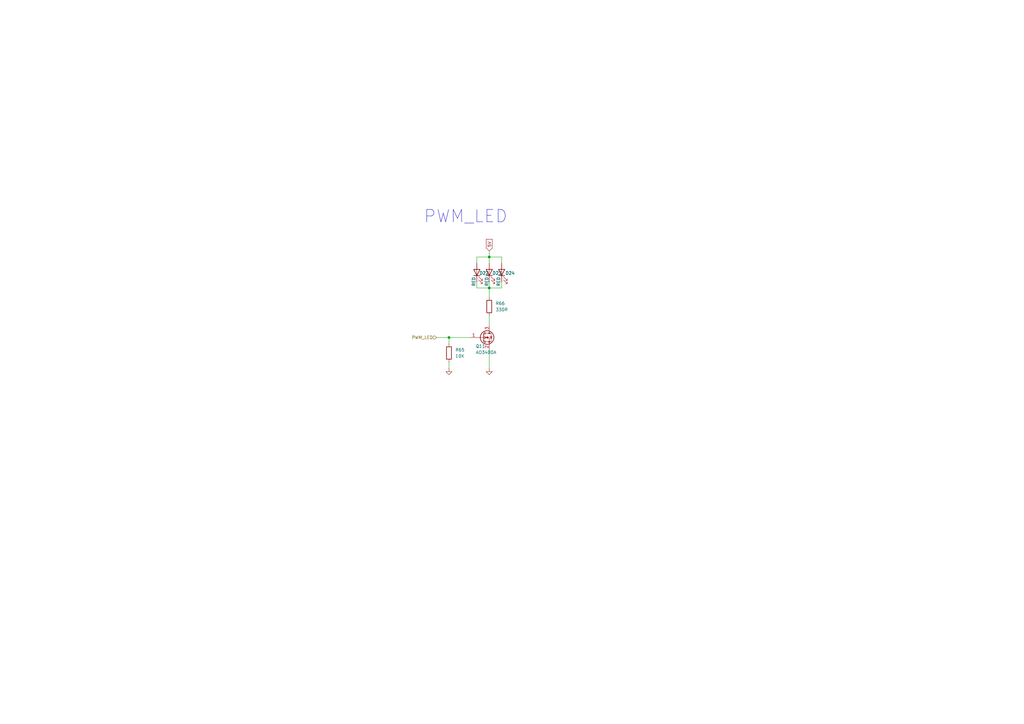
<source format=kicad_sch>
(kicad_sch (version 20250114) (generator "eeschema") (generator_version "9.0")
  (paper "A3")
  (title_block (title "Rabosa_Bot") (rev "1.0") (company "XorvaLabs"))
  (lib_symbols
    (symbol "Device:LED" (pin_numbers (hide yes)) (pin_names (offset 1.016) (hide yes))
      (property "Reference" "D" (at 0 2.54 0))
      (property "Value" "LED" (at 0 -2.54 0))
      (symbol "LED_0_1"
        (polyline (pts (xy -3.048 -0.762) (xy -4.572 -2.286) (xy -3.81 -2.286) (xy -4.572 -2.286) (xy -4.572 -1.524)))
        (polyline (pts (xy -1.778 -0.762) (xy -3.302 -2.286) (xy -2.54 -2.286) (xy -3.302 -2.286) (xy -3.302 -1.524)))
        (polyline (pts (xy -1.27 0) (xy 1.27 0)))
        (polyline (pts (xy -1.27 -1.27) (xy -1.27 1.27)) (stroke (width 0.254)))
        (polyline (pts (xy 1.27 -1.27) (xy 1.27 1.27) (xy -1.27 0) (xy 1.27 -1.27)) (stroke (width 0.254)))
      )
      (symbol "LED_1_1"
        (pin passive line (at -3.81 0 0) (length 2.54) (name "K") (number "1"))
        (pin passive line (at 3.81 0 180) (length 2.54) (name "A") (number "2"))
      )
    )
    (symbol "Device:R" (pin_numbers (hide yes)) (pin_names (offset 0))
      (property "Reference" "R" (at 2.032 0 90))
      (property "Value" "R" (at 0 0 90))
      (symbol "R_0_1"
        (rectangle (start -1.016 -2.54) (end 1.016 2.54) (stroke (width 0.254)))
      )
      (symbol "R_1_1"
        (pin passive line (at 0 3.81 270) (length 1.27) (name "~") (number "1"))
        (pin passive line (at 0 -3.81 90) (length 1.27) (name "~") (number "2"))
      )
    )
    (symbol "Transistor_FET:AO3400A" (pin_names (hide yes))
      (property "Reference" "Q" (at 5.08 1.905 0))
      (property "Value" "AO3400A" (at 5.08 0 0))
      (symbol "AO3400A_0_1"
        (polyline (pts (xy 0.254 1.905) (xy 0.254 -1.905)) (stroke (width 0.254)))
        (polyline (pts (xy 0.254 0) (xy -2.54 0)))
        (polyline (pts (xy 0.762 2.286) (xy 0.762 1.27)) (stroke (width 0.254)))
        (polyline (pts (xy 0.762 0.508) (xy 0.762 -0.508)) (stroke (width 0.254)))
        (polyline (pts (xy 0.762 -1.27) (xy 0.762 -2.286)) (stroke (width 0.254)))
        (polyline (pts (xy 0.762 -1.778) (xy 3.302 -1.778) (xy 3.302 1.778) (xy 0.762 1.778)))
        (polyline (pts (xy 1.016 0) (xy 2.032 0.381) (xy 2.032 -0.381) (xy 1.016 0)) (fill (type outline)))
        (circle (center 1.651 0) (radius 2.794) (stroke (width 0.254)))
        (polyline (pts (xy 2.54 2.54) (xy 2.54 1.778)))
        (circle (center 2.54 1.778) (radius 0.254) (fill (type outline)))
        (circle (center 2.54 -1.778) (radius 0.254) (fill (type outline)))
        (polyline (pts (xy 2.54 -2.54) (xy 2.54 0) (xy 0.762 0)))
        (polyline (pts (xy 2.794 0.508) (xy 2.921 0.381) (xy 3.683 0.381) (xy 3.81 0.254)))
        (polyline (pts (xy 3.302 0.381) (xy 2.921 -0.254) (xy 3.683 -0.254) (xy 3.302 0.381)))
      )
      (symbol "AO3400A_1_1"
        (pin input line (at -5.08 0 0) (length 2.54) (name "G") (number "1"))
        (pin passive line (at 2.54 5.08 270) (length 2.54) (name "D") (number "3"))
        (pin passive line (at 2.54 -5.08 90) (length 2.54) (name "S") (number "2"))
      )
    )
    (symbol "power:GND" (power) (pin_numbers (hide yes)) (pin_names (offset 0) (hide yes))
      (property "Value" "GND" (at 0 -3.81 0))
      (symbol "GND_0_1"
        (polyline (pts (xy 0 0) (xy 0 -1.27) (xy 1.27 -1.27) (xy 0 -2.54) (xy -1.27 -1.27) (xy 0 -1.27)))
      )
      (symbol "GND_1_1"
        (pin power_in line (at 0 0 270) (length 0) (name "~") (number "1"))
      )
    )
  )
  (text "PWM_LED" (at 191.008 88.9 0) (effects (font (size 5.08 5.08))))
  (junction (at 200.66 105.41))
  (junction (at 200.66 118.11))
  (junction (at 184.15 138.43))
  (wire (pts (xy 200.66 129.54) (xy 200.66 133.35)))
  (wire (pts (xy 205.74 105.41) (xy 200.66 105.41)))
  (wire (pts (xy 195.58 105.41) (xy 200.66 105.41)))
  (wire (pts (xy 200.66 143.51) (xy 200.66 151.13)))
  (wire (pts (xy 200.66 115.57) (xy 200.66 118.11)))
  (wire (pts (xy 200.66 105.41) (xy 200.66 107.95)))
  (wire (pts (xy 200.66 118.11) (xy 200.66 121.92)))
  (wire (pts (xy 195.58 118.11) (xy 200.66 118.11)))
  (wire (pts (xy 205.74 107.95) (xy 205.74 105.41)))
  (wire (pts (xy 184.15 148.59) (xy 184.15 151.13)))
  (wire (pts (xy 195.58 115.57) (xy 195.58 118.11)))
  (wire (pts (xy 179.07 138.43) (xy 184.15 138.43)))
  (wire (pts (xy 205.74 115.57) (xy 205.74 118.11)))
  (wire (pts (xy 205.74 118.11) (xy 200.66 118.11)))
  (wire (pts (xy 184.15 138.43) (xy 184.15 140.97)))
  (wire (pts (xy 200.66 102.87) (xy 200.66 105.41)))
  (wire (pts (xy 195.58 107.95) (xy 195.58 105.41)))
  (wire (pts (xy 184.15 138.43) (xy 193.04 138.43)))
  (global_label "5V" (shape input) (at 200.66 102.87 90) (property "Intersheetrefs" "${INTERSHEET_REFS}" (effects (hide yes))))
  (hierarchical_label "PWM_LED" (shape input) (at 179.07 138.43 180))
  (symbol (lib_id "Device:R") (at 200.66 125.73 0) (unit 1)
    (property "Reference" "R66" (at 203.2 124.4599 0) (effects (justify left)))
    (property "Value" "330R" (at 203.2 126.9999 0) (effects (justify left)))
    (property "Footprint" "Resistor_SMD:R_0201_0603Metric" (effects (hide yes)))
    (property "Description" "Resistor" (effects (hide yes)))
    (property "JLCPCB Part #" "C177341" (effects (hide yes)))
  )
  (symbol (lib_id "power:GND") (at 200.66 151.13 0) (unit 1)
    (property "Reference" "#PWR0183" (effects (hide yes)))
    (property "Value" "GND" (effects (hide yes)))
    (property "Description" "Power symbol creates a global label with name \"GND\" , ground" (effects (hide yes)))
  )
  (symbol (lib_id "Device:LED") (at 200.66 111.76 90) (unit 1)
    (property "Reference" "D23" (at 201.93 112.014 90) (effects (justify right)))
    (property "Value" "RED" (at 199.644 113.538 0) (effects (justify right)))
    (property "Footprint" "LED_SMD:LED_0201_0603Metric" (effects (hide yes)))
    (property "Description" "Light emitting diode" (effects (hide yes)))
    (property "Sim.Pins" "1=K 2=A" (effects (hide yes)))
    (property "JLCPCB Part #" "C2286" (effects (hide yes)))
  )
  (symbol (lib_id "Transistor_FET:AO3400A") (at 198.12 138.43 0) (unit 1)
    (property "Reference" "Q11" (at 195.072 141.986 0) (effects (justify left)))
    (property "Value" "AO3400A" (at 195.072 144.526 0) (effects (justify left)))
    (property "Footprint" "Package_TO_SOT_SMD:SOT-23" (effects (hide yes)))
    (property "Datasheet" "http://www.aosmd.com/pdfs/datasheet/AO3400A.pdf" (effects (hide yes)))
    (property "Description" "30V Vds, 5.7A Id, N-Channel MOSFET, SOT-23" (effects (hide yes)))
    (property "Link compra" "https://www.digikey.es/es/products/detail/alpha-omega-semiconductor-inc/AO3400A/1855772" (effects (hide yes)))
    (property "JLCPCB Part #" "C20917" (effects (hide yes)))
  )
  (symbol (lib_id "Device:LED") (at 205.74 111.76 90) (unit 1)
    (property "Reference" "D24" (at 207.264 112.014 90) (effects (justify right)))
    (property "Value" "RED" (at 204.47 113.538 0) (effects (justify right)))
    (property "Footprint" "LED_SMD:LED_0201_0603Metric" (effects (hide yes)))
    (property "Description" "Light emitting diode" (effects (hide yes)))
    (property "Sim.Pins" "1=K 2=A" (effects (hide yes)))
    (property "JLCPCB Part #" "C2286" (effects (hide yes)))
  )
  (symbol (lib_id "power:GND") (at 184.15 151.13 0) (unit 1)
    (property "Reference" "#PWR0182" (effects (hide yes)))
    (property "Value" "GND" (effects (hide yes)))
    (property "Description" "Power symbol creates a global label with name \"GND\" , ground" (effects (hide yes)))
  )
  (symbol (lib_id "Device:R") (at 184.15 144.78 0) (unit 1)
    (property "Reference" "R65" (at 186.69 143.5099 0) (effects (justify left)))
    (property "Value" "10K" (at 186.69 146.0499 0) (effects (justify left)))
    (property "Footprint" "Resistor_SMD:R_0201_0603Metric" (effects (hide yes)))
    (property "Description" "Resistor" (effects (hide yes)))
    (property "JLCPCB Part #" "C174175" (effects (hide yes)))
  )
  (symbol (lib_id "Device:LED") (at 195.58 111.76 90) (unit 1)
    (property "Reference" "D22" (at 196.596 112.014 90) (effects (justify right)))
    (property "Value" "RED" (at 194.31 113.538 0) (effects (justify right)))
    (property "Footprint" "LED_SMD:LED_0201_0603Metric" (effects (hide yes)))
    (property "Description" "Light emitting diode" (effects (hide yes)))
    (property "Sim.Pins" "1=K 2=A" (effects (hide yes)))
    (property "JLCPCB Part #" "C2286" (effects (hide yes)))
  )
)
</source>
